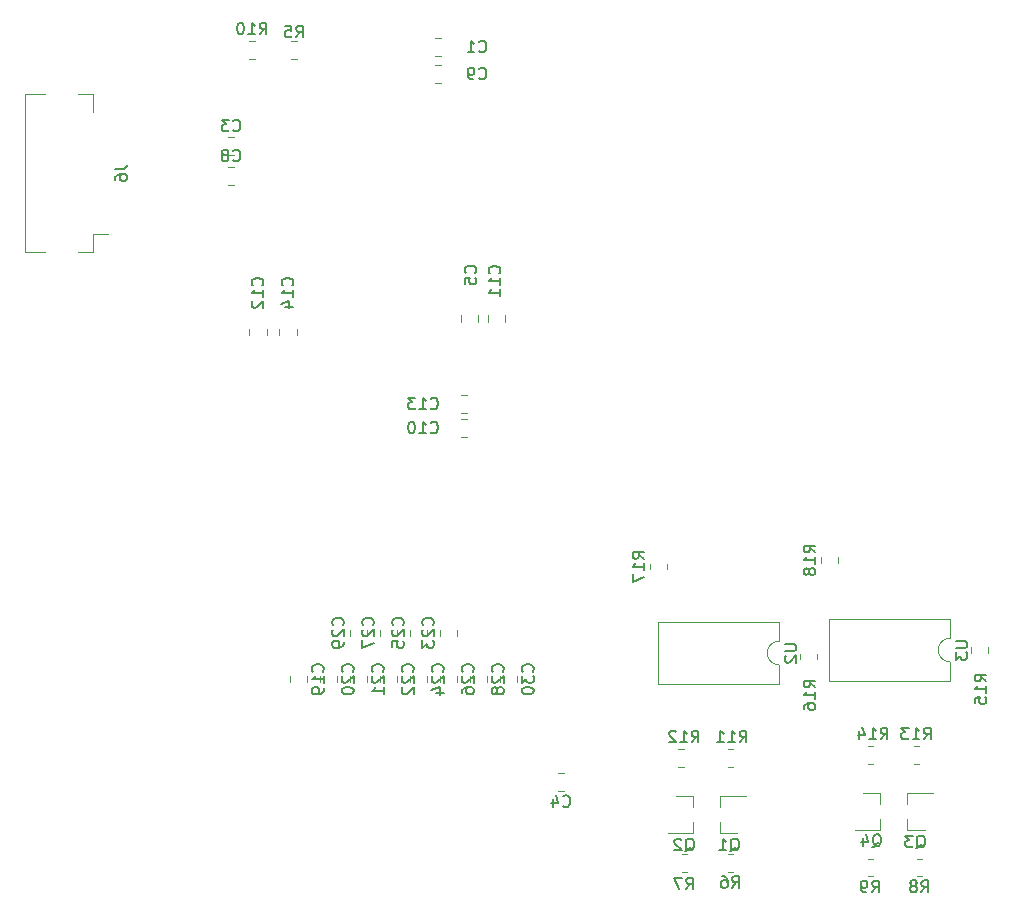
<source format=gbr>
%TF.GenerationSoftware,KiCad,Pcbnew,(5.1.8)-1*%
%TF.CreationDate,2021-11-01T21:13:11+01:00*%
%TF.ProjectId,Dashboard,44617368-626f-4617-9264-2e6b69636164,rev?*%
%TF.SameCoordinates,Original*%
%TF.FileFunction,Legend,Bot*%
%TF.FilePolarity,Positive*%
%FSLAX46Y46*%
G04 Gerber Fmt 4.6, Leading zero omitted, Abs format (unit mm)*
G04 Created by KiCad (PCBNEW (5.1.8)-1) date 2021-11-01 21:13:11*
%MOMM*%
%LPD*%
G01*
G04 APERTURE LIST*
%ADD10C,0.120000*%
%ADD11C,0.150000*%
G04 APERTURE END LIST*
D10*
%TO.C,C1*%
X204462748Y-33501000D02*
X204985252Y-33501000D01*
X204462748Y-32031000D02*
X204985252Y-32031000D01*
%TO.C,C3*%
X187459252Y-41883000D02*
X186936748Y-41883000D01*
X187459252Y-40413000D02*
X186936748Y-40413000D01*
%TO.C,C4*%
X214876748Y-94261000D02*
X215399252Y-94261000D01*
X214876748Y-95731000D02*
X215399252Y-95731000D01*
%TO.C,C5*%
X206656000Y-55491748D02*
X206656000Y-56014252D01*
X208126000Y-55491748D02*
X208126000Y-56014252D01*
%TO.C,C8*%
X187459252Y-44423000D02*
X186936748Y-44423000D01*
X187459252Y-42953000D02*
X186936748Y-42953000D01*
%TO.C,C9*%
X204462748Y-35787000D02*
X204985252Y-35787000D01*
X204462748Y-34317000D02*
X204985252Y-34317000D01*
%TO.C,C10*%
X206682748Y-64289000D02*
X207205252Y-64289000D01*
X206682748Y-65759000D02*
X207205252Y-65759000D01*
%TO.C,C11*%
X208942000Y-55491748D02*
X208942000Y-56014252D01*
X210412000Y-55491748D02*
X210412000Y-56014252D01*
%TO.C,C12*%
X190219000Y-57157252D02*
X190219000Y-56634748D01*
X188749000Y-57157252D02*
X188749000Y-56634748D01*
%TO.C,C13*%
X206682748Y-62257000D02*
X207205252Y-62257000D01*
X206682748Y-63727000D02*
X207205252Y-63727000D01*
%TO.C,C14*%
X191289000Y-57157252D02*
X191289000Y-56634748D01*
X192759000Y-57157252D02*
X192759000Y-56634748D01*
%TO.C,C19*%
X193648000Y-86555252D02*
X193648000Y-86032748D01*
X192178000Y-86555252D02*
X192178000Y-86032748D01*
%TO.C,C20*%
X194718000Y-86555252D02*
X194718000Y-86032748D01*
X196188000Y-86555252D02*
X196188000Y-86032748D01*
%TO.C,C21*%
X197258000Y-86555252D02*
X197258000Y-86032748D01*
X198728000Y-86555252D02*
X198728000Y-86032748D01*
%TO.C,C22*%
X199798000Y-86555252D02*
X199798000Y-86032748D01*
X201268000Y-86555252D02*
X201268000Y-86032748D01*
%TO.C,C23*%
X204878000Y-82100748D02*
X204878000Y-82623252D01*
X206348000Y-82100748D02*
X206348000Y-82623252D01*
%TO.C,C24*%
X203808000Y-86555252D02*
X203808000Y-86032748D01*
X202338000Y-86555252D02*
X202338000Y-86032748D01*
%TO.C,C25*%
X203808000Y-82100748D02*
X203808000Y-82623252D01*
X202338000Y-82100748D02*
X202338000Y-82623252D01*
%TO.C,C26*%
X204878000Y-86555252D02*
X204878000Y-86032748D01*
X206348000Y-86555252D02*
X206348000Y-86032748D01*
%TO.C,C27*%
X199798000Y-82100748D02*
X199798000Y-82623252D01*
X201268000Y-82100748D02*
X201268000Y-82623252D01*
%TO.C,C28*%
X208888000Y-86555252D02*
X208888000Y-86032748D01*
X207418000Y-86555252D02*
X207418000Y-86032748D01*
%TO.C,C29*%
X198728000Y-82100748D02*
X198728000Y-82623252D01*
X197258000Y-82100748D02*
X197258000Y-82623252D01*
%TO.C,C30*%
X211428000Y-86555252D02*
X211428000Y-86032748D01*
X209958000Y-86555252D02*
X209958000Y-86032748D01*
%TO.C,J6*%
X175544000Y-48594000D02*
X176744000Y-48594000D01*
X169744000Y-36784000D02*
X171484000Y-36784000D01*
X169744000Y-50084000D02*
X169744000Y-36784000D01*
X171484000Y-50084000D02*
X169744000Y-50084000D01*
X175544000Y-36784000D02*
X174204000Y-36784000D01*
X175544000Y-38274000D02*
X175544000Y-36784000D01*
X175544000Y-50084000D02*
X174204000Y-50084000D01*
X175544000Y-48594000D02*
X175544000Y-50084000D01*
%TO.C,Q1*%
X228618000Y-99304000D02*
X230078000Y-99304000D01*
X228618000Y-96144000D02*
X230778000Y-96144000D01*
X228618000Y-96144000D02*
X228618000Y-97074000D01*
X228618000Y-99304000D02*
X228618000Y-98374000D01*
%TO.C,Q2*%
X226328000Y-96144000D02*
X224868000Y-96144000D01*
X226328000Y-99304000D02*
X224168000Y-99304000D01*
X226328000Y-99304000D02*
X226328000Y-98374000D01*
X226328000Y-96144000D02*
X226328000Y-97074000D01*
%TO.C,Q3*%
X244461000Y-99050000D02*
X244461000Y-98120000D01*
X244461000Y-95890000D02*
X244461000Y-96820000D01*
X244461000Y-95890000D02*
X246621000Y-95890000D01*
X244461000Y-99050000D02*
X245921000Y-99050000D01*
%TO.C,Q4*%
X242171000Y-95890000D02*
X242171000Y-96820000D01*
X242171000Y-99050000D02*
X242171000Y-98120000D01*
X242171000Y-99050000D02*
X240011000Y-99050000D01*
X242171000Y-95890000D02*
X240711000Y-95890000D01*
%TO.C,R5*%
X192304936Y-32285000D02*
X192759064Y-32285000D01*
X192304936Y-33755000D02*
X192759064Y-33755000D01*
%TO.C,R6*%
X229238436Y-102589000D02*
X229692564Y-102589000D01*
X229238436Y-101119000D02*
X229692564Y-101119000D01*
%TO.C,R7*%
X225802564Y-101119000D02*
X225348436Y-101119000D01*
X225802564Y-102589000D02*
X225348436Y-102589000D01*
%TO.C,R8*%
X245263936Y-102970000D02*
X245718064Y-102970000D01*
X245263936Y-101500000D02*
X245718064Y-101500000D01*
%TO.C,R9*%
X241550564Y-101500000D02*
X241096436Y-101500000D01*
X241550564Y-102970000D02*
X241096436Y-102970000D01*
%TO.C,R10*%
X188748936Y-33755000D02*
X189203064Y-33755000D01*
X188748936Y-32285000D02*
X189203064Y-32285000D01*
%TO.C,R11*%
X229238436Y-92229000D02*
X229692564Y-92229000D01*
X229238436Y-93699000D02*
X229692564Y-93699000D01*
%TO.C,R12*%
X225525064Y-93699000D02*
X225070936Y-93699000D01*
X225525064Y-92229000D02*
X225070936Y-92229000D01*
%TO.C,R13*%
X244986436Y-91975000D02*
X245440564Y-91975000D01*
X244986436Y-93445000D02*
X245440564Y-93445000D01*
%TO.C,R14*%
X241550564Y-93445000D02*
X241096436Y-93445000D01*
X241550564Y-91975000D02*
X241096436Y-91975000D01*
%TO.C,R15*%
X251306000Y-84047064D02*
X251306000Y-83592936D01*
X249836000Y-84047064D02*
X249836000Y-83592936D01*
%TO.C,R16*%
X236828000Y-84578564D02*
X236828000Y-84124436D01*
X235358000Y-84578564D02*
X235358000Y-84124436D01*
%TO.C,R17*%
X224128000Y-76504436D02*
X224128000Y-76958564D01*
X222658000Y-76504436D02*
X222658000Y-76958564D01*
%TO.C,R18*%
X238606000Y-75972936D02*
X238606000Y-76427064D01*
X237136000Y-75972936D02*
X237136000Y-76427064D01*
%TO.C,U2*%
X233613000Y-83074000D02*
G75*
G03*
X233613000Y-85074000I0J-1000000D01*
G01*
X233613000Y-85074000D02*
X233613000Y-86724000D01*
X233613000Y-86724000D02*
X223333000Y-86724000D01*
X223333000Y-86724000D02*
X223333000Y-81424000D01*
X223333000Y-81424000D02*
X233613000Y-81424000D01*
X233613000Y-81424000D02*
X233613000Y-83074000D01*
%TO.C,U3*%
X248091000Y-81170000D02*
X248091000Y-82820000D01*
X237811000Y-81170000D02*
X248091000Y-81170000D01*
X237811000Y-86470000D02*
X237811000Y-81170000D01*
X248091000Y-86470000D02*
X237811000Y-86470000D01*
X248091000Y-84820000D02*
X248091000Y-86470000D01*
X248091000Y-82820000D02*
G75*
G03*
X248091000Y-84820000I0J-1000000D01*
G01*
%TO.C,C1*%
D11*
X208192666Y-33123142D02*
X208240285Y-33170761D01*
X208383142Y-33218380D01*
X208478380Y-33218380D01*
X208621238Y-33170761D01*
X208716476Y-33075523D01*
X208764095Y-32980285D01*
X208811714Y-32789809D01*
X208811714Y-32646952D01*
X208764095Y-32456476D01*
X208716476Y-32361238D01*
X208621238Y-32266000D01*
X208478380Y-32218380D01*
X208383142Y-32218380D01*
X208240285Y-32266000D01*
X208192666Y-32313619D01*
X207240285Y-33218380D02*
X207811714Y-33218380D01*
X207526000Y-33218380D02*
X207526000Y-32218380D01*
X207621238Y-32361238D01*
X207716476Y-32456476D01*
X207811714Y-32504095D01*
%TO.C,C3*%
X187364666Y-39825142D02*
X187412285Y-39872761D01*
X187555142Y-39920380D01*
X187650380Y-39920380D01*
X187793238Y-39872761D01*
X187888476Y-39777523D01*
X187936095Y-39682285D01*
X187983714Y-39491809D01*
X187983714Y-39348952D01*
X187936095Y-39158476D01*
X187888476Y-39063238D01*
X187793238Y-38968000D01*
X187650380Y-38920380D01*
X187555142Y-38920380D01*
X187412285Y-38968000D01*
X187364666Y-39015619D01*
X187031333Y-38920380D02*
X186412285Y-38920380D01*
X186745619Y-39301333D01*
X186602761Y-39301333D01*
X186507523Y-39348952D01*
X186459904Y-39396571D01*
X186412285Y-39491809D01*
X186412285Y-39729904D01*
X186459904Y-39825142D01*
X186507523Y-39872761D01*
X186602761Y-39920380D01*
X186888476Y-39920380D01*
X186983714Y-39872761D01*
X187031333Y-39825142D01*
%TO.C,C4*%
X215304666Y-97033142D02*
X215352285Y-97080761D01*
X215495142Y-97128380D01*
X215590380Y-97128380D01*
X215733238Y-97080761D01*
X215828476Y-96985523D01*
X215876095Y-96890285D01*
X215923714Y-96699809D01*
X215923714Y-96556952D01*
X215876095Y-96366476D01*
X215828476Y-96271238D01*
X215733238Y-96176000D01*
X215590380Y-96128380D01*
X215495142Y-96128380D01*
X215352285Y-96176000D01*
X215304666Y-96223619D01*
X214447523Y-96461714D02*
X214447523Y-97128380D01*
X214685619Y-96080761D02*
X214923714Y-96795047D01*
X214304666Y-96795047D01*
%TO.C,C5*%
X207875142Y-51903333D02*
X207922761Y-51855714D01*
X207970380Y-51712857D01*
X207970380Y-51617619D01*
X207922761Y-51474761D01*
X207827523Y-51379523D01*
X207732285Y-51331904D01*
X207541809Y-51284285D01*
X207398952Y-51284285D01*
X207208476Y-51331904D01*
X207113238Y-51379523D01*
X207018000Y-51474761D01*
X206970380Y-51617619D01*
X206970380Y-51712857D01*
X207018000Y-51855714D01*
X207065619Y-51903333D01*
X206970380Y-52808095D02*
X206970380Y-52331904D01*
X207446571Y-52284285D01*
X207398952Y-52331904D01*
X207351333Y-52427142D01*
X207351333Y-52665238D01*
X207398952Y-52760476D01*
X207446571Y-52808095D01*
X207541809Y-52855714D01*
X207779904Y-52855714D01*
X207875142Y-52808095D01*
X207922761Y-52760476D01*
X207970380Y-52665238D01*
X207970380Y-52427142D01*
X207922761Y-52331904D01*
X207875142Y-52284285D01*
%TO.C,C8*%
X187364666Y-42365142D02*
X187412285Y-42412761D01*
X187555142Y-42460380D01*
X187650380Y-42460380D01*
X187793238Y-42412761D01*
X187888476Y-42317523D01*
X187936095Y-42222285D01*
X187983714Y-42031809D01*
X187983714Y-41888952D01*
X187936095Y-41698476D01*
X187888476Y-41603238D01*
X187793238Y-41508000D01*
X187650380Y-41460380D01*
X187555142Y-41460380D01*
X187412285Y-41508000D01*
X187364666Y-41555619D01*
X186793238Y-41888952D02*
X186888476Y-41841333D01*
X186936095Y-41793714D01*
X186983714Y-41698476D01*
X186983714Y-41650857D01*
X186936095Y-41555619D01*
X186888476Y-41508000D01*
X186793238Y-41460380D01*
X186602761Y-41460380D01*
X186507523Y-41508000D01*
X186459904Y-41555619D01*
X186412285Y-41650857D01*
X186412285Y-41698476D01*
X186459904Y-41793714D01*
X186507523Y-41841333D01*
X186602761Y-41888952D01*
X186793238Y-41888952D01*
X186888476Y-41936571D01*
X186936095Y-41984190D01*
X186983714Y-42079428D01*
X186983714Y-42269904D01*
X186936095Y-42365142D01*
X186888476Y-42412761D01*
X186793238Y-42460380D01*
X186602761Y-42460380D01*
X186507523Y-42412761D01*
X186459904Y-42365142D01*
X186412285Y-42269904D01*
X186412285Y-42079428D01*
X186459904Y-41984190D01*
X186507523Y-41936571D01*
X186602761Y-41888952D01*
%TO.C,C9*%
X208192666Y-35409142D02*
X208240285Y-35456761D01*
X208383142Y-35504380D01*
X208478380Y-35504380D01*
X208621238Y-35456761D01*
X208716476Y-35361523D01*
X208764095Y-35266285D01*
X208811714Y-35075809D01*
X208811714Y-34932952D01*
X208764095Y-34742476D01*
X208716476Y-34647238D01*
X208621238Y-34552000D01*
X208478380Y-34504380D01*
X208383142Y-34504380D01*
X208240285Y-34552000D01*
X208192666Y-34599619D01*
X207716476Y-35504380D02*
X207526000Y-35504380D01*
X207430761Y-35456761D01*
X207383142Y-35409142D01*
X207287904Y-35266285D01*
X207240285Y-35075809D01*
X207240285Y-34694857D01*
X207287904Y-34599619D01*
X207335523Y-34552000D01*
X207430761Y-34504380D01*
X207621238Y-34504380D01*
X207716476Y-34552000D01*
X207764095Y-34599619D01*
X207811714Y-34694857D01*
X207811714Y-34932952D01*
X207764095Y-35028190D01*
X207716476Y-35075809D01*
X207621238Y-35123428D01*
X207430761Y-35123428D01*
X207335523Y-35075809D01*
X207287904Y-35028190D01*
X207240285Y-34932952D01*
%TO.C,C10*%
X204096857Y-65381142D02*
X204144476Y-65428761D01*
X204287333Y-65476380D01*
X204382571Y-65476380D01*
X204525428Y-65428761D01*
X204620666Y-65333523D01*
X204668285Y-65238285D01*
X204715904Y-65047809D01*
X204715904Y-64904952D01*
X204668285Y-64714476D01*
X204620666Y-64619238D01*
X204525428Y-64524000D01*
X204382571Y-64476380D01*
X204287333Y-64476380D01*
X204144476Y-64524000D01*
X204096857Y-64571619D01*
X203144476Y-65476380D02*
X203715904Y-65476380D01*
X203430190Y-65476380D02*
X203430190Y-64476380D01*
X203525428Y-64619238D01*
X203620666Y-64714476D01*
X203715904Y-64762095D01*
X202525428Y-64476380D02*
X202430190Y-64476380D01*
X202334952Y-64524000D01*
X202287333Y-64571619D01*
X202239714Y-64666857D01*
X202192095Y-64857333D01*
X202192095Y-65095428D01*
X202239714Y-65285904D01*
X202287333Y-65381142D01*
X202334952Y-65428761D01*
X202430190Y-65476380D01*
X202525428Y-65476380D01*
X202620666Y-65428761D01*
X202668285Y-65381142D01*
X202715904Y-65285904D01*
X202763523Y-65095428D01*
X202763523Y-64857333D01*
X202715904Y-64666857D01*
X202668285Y-64571619D01*
X202620666Y-64524000D01*
X202525428Y-64476380D01*
%TO.C,C11*%
X209907142Y-51935142D02*
X209954761Y-51887523D01*
X210002380Y-51744666D01*
X210002380Y-51649428D01*
X209954761Y-51506571D01*
X209859523Y-51411333D01*
X209764285Y-51363714D01*
X209573809Y-51316095D01*
X209430952Y-51316095D01*
X209240476Y-51363714D01*
X209145238Y-51411333D01*
X209050000Y-51506571D01*
X209002380Y-51649428D01*
X209002380Y-51744666D01*
X209050000Y-51887523D01*
X209097619Y-51935142D01*
X210002380Y-52887523D02*
X210002380Y-52316095D01*
X210002380Y-52601809D02*
X209002380Y-52601809D01*
X209145238Y-52506571D01*
X209240476Y-52411333D01*
X209288095Y-52316095D01*
X210002380Y-53839904D02*
X210002380Y-53268476D01*
X210002380Y-53554190D02*
X209002380Y-53554190D01*
X209145238Y-53458952D01*
X209240476Y-53363714D01*
X209288095Y-53268476D01*
%TO.C,C12*%
X189841142Y-52951142D02*
X189888761Y-52903523D01*
X189936380Y-52760666D01*
X189936380Y-52665428D01*
X189888761Y-52522571D01*
X189793523Y-52427333D01*
X189698285Y-52379714D01*
X189507809Y-52332095D01*
X189364952Y-52332095D01*
X189174476Y-52379714D01*
X189079238Y-52427333D01*
X188984000Y-52522571D01*
X188936380Y-52665428D01*
X188936380Y-52760666D01*
X188984000Y-52903523D01*
X189031619Y-52951142D01*
X189936380Y-53903523D02*
X189936380Y-53332095D01*
X189936380Y-53617809D02*
X188936380Y-53617809D01*
X189079238Y-53522571D01*
X189174476Y-53427333D01*
X189222095Y-53332095D01*
X189031619Y-54284476D02*
X188984000Y-54332095D01*
X188936380Y-54427333D01*
X188936380Y-54665428D01*
X188984000Y-54760666D01*
X189031619Y-54808285D01*
X189126857Y-54855904D01*
X189222095Y-54855904D01*
X189364952Y-54808285D01*
X189936380Y-54236857D01*
X189936380Y-54855904D01*
%TO.C,C13*%
X204096857Y-63349142D02*
X204144476Y-63396761D01*
X204287333Y-63444380D01*
X204382571Y-63444380D01*
X204525428Y-63396761D01*
X204620666Y-63301523D01*
X204668285Y-63206285D01*
X204715904Y-63015809D01*
X204715904Y-62872952D01*
X204668285Y-62682476D01*
X204620666Y-62587238D01*
X204525428Y-62492000D01*
X204382571Y-62444380D01*
X204287333Y-62444380D01*
X204144476Y-62492000D01*
X204096857Y-62539619D01*
X203144476Y-63444380D02*
X203715904Y-63444380D01*
X203430190Y-63444380D02*
X203430190Y-62444380D01*
X203525428Y-62587238D01*
X203620666Y-62682476D01*
X203715904Y-62730095D01*
X202811142Y-62444380D02*
X202192095Y-62444380D01*
X202525428Y-62825333D01*
X202382571Y-62825333D01*
X202287333Y-62872952D01*
X202239714Y-62920571D01*
X202192095Y-63015809D01*
X202192095Y-63253904D01*
X202239714Y-63349142D01*
X202287333Y-63396761D01*
X202382571Y-63444380D01*
X202668285Y-63444380D01*
X202763523Y-63396761D01*
X202811142Y-63349142D01*
%TO.C,C14*%
X192381142Y-52951142D02*
X192428761Y-52903523D01*
X192476380Y-52760666D01*
X192476380Y-52665428D01*
X192428761Y-52522571D01*
X192333523Y-52427333D01*
X192238285Y-52379714D01*
X192047809Y-52332095D01*
X191904952Y-52332095D01*
X191714476Y-52379714D01*
X191619238Y-52427333D01*
X191524000Y-52522571D01*
X191476380Y-52665428D01*
X191476380Y-52760666D01*
X191524000Y-52903523D01*
X191571619Y-52951142D01*
X192476380Y-53903523D02*
X192476380Y-53332095D01*
X192476380Y-53617809D02*
X191476380Y-53617809D01*
X191619238Y-53522571D01*
X191714476Y-53427333D01*
X191762095Y-53332095D01*
X191809714Y-54760666D02*
X192476380Y-54760666D01*
X191428761Y-54522571D02*
X192143047Y-54284476D01*
X192143047Y-54903523D01*
%TO.C,C19*%
X194950142Y-85651142D02*
X194997761Y-85603523D01*
X195045380Y-85460666D01*
X195045380Y-85365428D01*
X194997761Y-85222571D01*
X194902523Y-85127333D01*
X194807285Y-85079714D01*
X194616809Y-85032095D01*
X194473952Y-85032095D01*
X194283476Y-85079714D01*
X194188238Y-85127333D01*
X194093000Y-85222571D01*
X194045380Y-85365428D01*
X194045380Y-85460666D01*
X194093000Y-85603523D01*
X194140619Y-85651142D01*
X195045380Y-86603523D02*
X195045380Y-86032095D01*
X195045380Y-86317809D02*
X194045380Y-86317809D01*
X194188238Y-86222571D01*
X194283476Y-86127333D01*
X194331095Y-86032095D01*
X195045380Y-87079714D02*
X195045380Y-87270190D01*
X194997761Y-87365428D01*
X194950142Y-87413047D01*
X194807285Y-87508285D01*
X194616809Y-87555904D01*
X194235857Y-87555904D01*
X194140619Y-87508285D01*
X194093000Y-87460666D01*
X194045380Y-87365428D01*
X194045380Y-87174952D01*
X194093000Y-87079714D01*
X194140619Y-87032095D01*
X194235857Y-86984476D01*
X194473952Y-86984476D01*
X194569190Y-87032095D01*
X194616809Y-87079714D01*
X194664428Y-87174952D01*
X194664428Y-87365428D01*
X194616809Y-87460666D01*
X194569190Y-87508285D01*
X194473952Y-87555904D01*
%TO.C,C20*%
X197490142Y-85651142D02*
X197537761Y-85603523D01*
X197585380Y-85460666D01*
X197585380Y-85365428D01*
X197537761Y-85222571D01*
X197442523Y-85127333D01*
X197347285Y-85079714D01*
X197156809Y-85032095D01*
X197013952Y-85032095D01*
X196823476Y-85079714D01*
X196728238Y-85127333D01*
X196633000Y-85222571D01*
X196585380Y-85365428D01*
X196585380Y-85460666D01*
X196633000Y-85603523D01*
X196680619Y-85651142D01*
X196680619Y-86032095D02*
X196633000Y-86079714D01*
X196585380Y-86174952D01*
X196585380Y-86413047D01*
X196633000Y-86508285D01*
X196680619Y-86555904D01*
X196775857Y-86603523D01*
X196871095Y-86603523D01*
X197013952Y-86555904D01*
X197585380Y-85984476D01*
X197585380Y-86603523D01*
X196585380Y-87222571D02*
X196585380Y-87317809D01*
X196633000Y-87413047D01*
X196680619Y-87460666D01*
X196775857Y-87508285D01*
X196966333Y-87555904D01*
X197204428Y-87555904D01*
X197394904Y-87508285D01*
X197490142Y-87460666D01*
X197537761Y-87413047D01*
X197585380Y-87317809D01*
X197585380Y-87222571D01*
X197537761Y-87127333D01*
X197490142Y-87079714D01*
X197394904Y-87032095D01*
X197204428Y-86984476D01*
X196966333Y-86984476D01*
X196775857Y-87032095D01*
X196680619Y-87079714D01*
X196633000Y-87127333D01*
X196585380Y-87222571D01*
%TO.C,C21*%
X200030142Y-85651142D02*
X200077761Y-85603523D01*
X200125380Y-85460666D01*
X200125380Y-85365428D01*
X200077761Y-85222571D01*
X199982523Y-85127333D01*
X199887285Y-85079714D01*
X199696809Y-85032095D01*
X199553952Y-85032095D01*
X199363476Y-85079714D01*
X199268238Y-85127333D01*
X199173000Y-85222571D01*
X199125380Y-85365428D01*
X199125380Y-85460666D01*
X199173000Y-85603523D01*
X199220619Y-85651142D01*
X199220619Y-86032095D02*
X199173000Y-86079714D01*
X199125380Y-86174952D01*
X199125380Y-86413047D01*
X199173000Y-86508285D01*
X199220619Y-86555904D01*
X199315857Y-86603523D01*
X199411095Y-86603523D01*
X199553952Y-86555904D01*
X200125380Y-85984476D01*
X200125380Y-86603523D01*
X200125380Y-87555904D02*
X200125380Y-86984476D01*
X200125380Y-87270190D02*
X199125380Y-87270190D01*
X199268238Y-87174952D01*
X199363476Y-87079714D01*
X199411095Y-86984476D01*
%TO.C,C22*%
X202570142Y-85651142D02*
X202617761Y-85603523D01*
X202665380Y-85460666D01*
X202665380Y-85365428D01*
X202617761Y-85222571D01*
X202522523Y-85127333D01*
X202427285Y-85079714D01*
X202236809Y-85032095D01*
X202093952Y-85032095D01*
X201903476Y-85079714D01*
X201808238Y-85127333D01*
X201713000Y-85222571D01*
X201665380Y-85365428D01*
X201665380Y-85460666D01*
X201713000Y-85603523D01*
X201760619Y-85651142D01*
X201760619Y-86032095D02*
X201713000Y-86079714D01*
X201665380Y-86174952D01*
X201665380Y-86413047D01*
X201713000Y-86508285D01*
X201760619Y-86555904D01*
X201855857Y-86603523D01*
X201951095Y-86603523D01*
X202093952Y-86555904D01*
X202665380Y-85984476D01*
X202665380Y-86603523D01*
X201760619Y-86984476D02*
X201713000Y-87032095D01*
X201665380Y-87127333D01*
X201665380Y-87365428D01*
X201713000Y-87460666D01*
X201760619Y-87508285D01*
X201855857Y-87555904D01*
X201951095Y-87555904D01*
X202093952Y-87508285D01*
X202665380Y-86936857D01*
X202665380Y-87555904D01*
%TO.C,C23*%
X204290142Y-81719142D02*
X204337761Y-81671523D01*
X204385380Y-81528666D01*
X204385380Y-81433428D01*
X204337761Y-81290571D01*
X204242523Y-81195333D01*
X204147285Y-81147714D01*
X203956809Y-81100095D01*
X203813952Y-81100095D01*
X203623476Y-81147714D01*
X203528238Y-81195333D01*
X203433000Y-81290571D01*
X203385380Y-81433428D01*
X203385380Y-81528666D01*
X203433000Y-81671523D01*
X203480619Y-81719142D01*
X203480619Y-82100095D02*
X203433000Y-82147714D01*
X203385380Y-82242952D01*
X203385380Y-82481047D01*
X203433000Y-82576285D01*
X203480619Y-82623904D01*
X203575857Y-82671523D01*
X203671095Y-82671523D01*
X203813952Y-82623904D01*
X204385380Y-82052476D01*
X204385380Y-82671523D01*
X203385380Y-83004857D02*
X203385380Y-83623904D01*
X203766333Y-83290571D01*
X203766333Y-83433428D01*
X203813952Y-83528666D01*
X203861571Y-83576285D01*
X203956809Y-83623904D01*
X204194904Y-83623904D01*
X204290142Y-83576285D01*
X204337761Y-83528666D01*
X204385380Y-83433428D01*
X204385380Y-83147714D01*
X204337761Y-83052476D01*
X204290142Y-83004857D01*
%TO.C,C24*%
X205110142Y-85651142D02*
X205157761Y-85603523D01*
X205205380Y-85460666D01*
X205205380Y-85365428D01*
X205157761Y-85222571D01*
X205062523Y-85127333D01*
X204967285Y-85079714D01*
X204776809Y-85032095D01*
X204633952Y-85032095D01*
X204443476Y-85079714D01*
X204348238Y-85127333D01*
X204253000Y-85222571D01*
X204205380Y-85365428D01*
X204205380Y-85460666D01*
X204253000Y-85603523D01*
X204300619Y-85651142D01*
X204300619Y-86032095D02*
X204253000Y-86079714D01*
X204205380Y-86174952D01*
X204205380Y-86413047D01*
X204253000Y-86508285D01*
X204300619Y-86555904D01*
X204395857Y-86603523D01*
X204491095Y-86603523D01*
X204633952Y-86555904D01*
X205205380Y-85984476D01*
X205205380Y-86603523D01*
X204538714Y-87460666D02*
X205205380Y-87460666D01*
X204157761Y-87222571D02*
X204872047Y-86984476D01*
X204872047Y-87603523D01*
%TO.C,C25*%
X201750142Y-81719142D02*
X201797761Y-81671523D01*
X201845380Y-81528666D01*
X201845380Y-81433428D01*
X201797761Y-81290571D01*
X201702523Y-81195333D01*
X201607285Y-81147714D01*
X201416809Y-81100095D01*
X201273952Y-81100095D01*
X201083476Y-81147714D01*
X200988238Y-81195333D01*
X200893000Y-81290571D01*
X200845380Y-81433428D01*
X200845380Y-81528666D01*
X200893000Y-81671523D01*
X200940619Y-81719142D01*
X200940619Y-82100095D02*
X200893000Y-82147714D01*
X200845380Y-82242952D01*
X200845380Y-82481047D01*
X200893000Y-82576285D01*
X200940619Y-82623904D01*
X201035857Y-82671523D01*
X201131095Y-82671523D01*
X201273952Y-82623904D01*
X201845380Y-82052476D01*
X201845380Y-82671523D01*
X200845380Y-83576285D02*
X200845380Y-83100095D01*
X201321571Y-83052476D01*
X201273952Y-83100095D01*
X201226333Y-83195333D01*
X201226333Y-83433428D01*
X201273952Y-83528666D01*
X201321571Y-83576285D01*
X201416809Y-83623904D01*
X201654904Y-83623904D01*
X201750142Y-83576285D01*
X201797761Y-83528666D01*
X201845380Y-83433428D01*
X201845380Y-83195333D01*
X201797761Y-83100095D01*
X201750142Y-83052476D01*
%TO.C,C26*%
X207650142Y-85651142D02*
X207697761Y-85603523D01*
X207745380Y-85460666D01*
X207745380Y-85365428D01*
X207697761Y-85222571D01*
X207602523Y-85127333D01*
X207507285Y-85079714D01*
X207316809Y-85032095D01*
X207173952Y-85032095D01*
X206983476Y-85079714D01*
X206888238Y-85127333D01*
X206793000Y-85222571D01*
X206745380Y-85365428D01*
X206745380Y-85460666D01*
X206793000Y-85603523D01*
X206840619Y-85651142D01*
X206840619Y-86032095D02*
X206793000Y-86079714D01*
X206745380Y-86174952D01*
X206745380Y-86413047D01*
X206793000Y-86508285D01*
X206840619Y-86555904D01*
X206935857Y-86603523D01*
X207031095Y-86603523D01*
X207173952Y-86555904D01*
X207745380Y-85984476D01*
X207745380Y-86603523D01*
X206745380Y-87460666D02*
X206745380Y-87270190D01*
X206793000Y-87174952D01*
X206840619Y-87127333D01*
X206983476Y-87032095D01*
X207173952Y-86984476D01*
X207554904Y-86984476D01*
X207650142Y-87032095D01*
X207697761Y-87079714D01*
X207745380Y-87174952D01*
X207745380Y-87365428D01*
X207697761Y-87460666D01*
X207650142Y-87508285D01*
X207554904Y-87555904D01*
X207316809Y-87555904D01*
X207221571Y-87508285D01*
X207173952Y-87460666D01*
X207126333Y-87365428D01*
X207126333Y-87174952D01*
X207173952Y-87079714D01*
X207221571Y-87032095D01*
X207316809Y-86984476D01*
%TO.C,C27*%
X199210142Y-81719142D02*
X199257761Y-81671523D01*
X199305380Y-81528666D01*
X199305380Y-81433428D01*
X199257761Y-81290571D01*
X199162523Y-81195333D01*
X199067285Y-81147714D01*
X198876809Y-81100095D01*
X198733952Y-81100095D01*
X198543476Y-81147714D01*
X198448238Y-81195333D01*
X198353000Y-81290571D01*
X198305380Y-81433428D01*
X198305380Y-81528666D01*
X198353000Y-81671523D01*
X198400619Y-81719142D01*
X198400619Y-82100095D02*
X198353000Y-82147714D01*
X198305380Y-82242952D01*
X198305380Y-82481047D01*
X198353000Y-82576285D01*
X198400619Y-82623904D01*
X198495857Y-82671523D01*
X198591095Y-82671523D01*
X198733952Y-82623904D01*
X199305380Y-82052476D01*
X199305380Y-82671523D01*
X198305380Y-83004857D02*
X198305380Y-83671523D01*
X199305380Y-83242952D01*
%TO.C,C28*%
X210190142Y-85651142D02*
X210237761Y-85603523D01*
X210285380Y-85460666D01*
X210285380Y-85365428D01*
X210237761Y-85222571D01*
X210142523Y-85127333D01*
X210047285Y-85079714D01*
X209856809Y-85032095D01*
X209713952Y-85032095D01*
X209523476Y-85079714D01*
X209428238Y-85127333D01*
X209333000Y-85222571D01*
X209285380Y-85365428D01*
X209285380Y-85460666D01*
X209333000Y-85603523D01*
X209380619Y-85651142D01*
X209380619Y-86032095D02*
X209333000Y-86079714D01*
X209285380Y-86174952D01*
X209285380Y-86413047D01*
X209333000Y-86508285D01*
X209380619Y-86555904D01*
X209475857Y-86603523D01*
X209571095Y-86603523D01*
X209713952Y-86555904D01*
X210285380Y-85984476D01*
X210285380Y-86603523D01*
X209713952Y-87174952D02*
X209666333Y-87079714D01*
X209618714Y-87032095D01*
X209523476Y-86984476D01*
X209475857Y-86984476D01*
X209380619Y-87032095D01*
X209333000Y-87079714D01*
X209285380Y-87174952D01*
X209285380Y-87365428D01*
X209333000Y-87460666D01*
X209380619Y-87508285D01*
X209475857Y-87555904D01*
X209523476Y-87555904D01*
X209618714Y-87508285D01*
X209666333Y-87460666D01*
X209713952Y-87365428D01*
X209713952Y-87174952D01*
X209761571Y-87079714D01*
X209809190Y-87032095D01*
X209904428Y-86984476D01*
X210094904Y-86984476D01*
X210190142Y-87032095D01*
X210237761Y-87079714D01*
X210285380Y-87174952D01*
X210285380Y-87365428D01*
X210237761Y-87460666D01*
X210190142Y-87508285D01*
X210094904Y-87555904D01*
X209904428Y-87555904D01*
X209809190Y-87508285D01*
X209761571Y-87460666D01*
X209713952Y-87365428D01*
%TO.C,C29*%
X196670142Y-81719142D02*
X196717761Y-81671523D01*
X196765380Y-81528666D01*
X196765380Y-81433428D01*
X196717761Y-81290571D01*
X196622523Y-81195333D01*
X196527285Y-81147714D01*
X196336809Y-81100095D01*
X196193952Y-81100095D01*
X196003476Y-81147714D01*
X195908238Y-81195333D01*
X195813000Y-81290571D01*
X195765380Y-81433428D01*
X195765380Y-81528666D01*
X195813000Y-81671523D01*
X195860619Y-81719142D01*
X195860619Y-82100095D02*
X195813000Y-82147714D01*
X195765380Y-82242952D01*
X195765380Y-82481047D01*
X195813000Y-82576285D01*
X195860619Y-82623904D01*
X195955857Y-82671523D01*
X196051095Y-82671523D01*
X196193952Y-82623904D01*
X196765380Y-82052476D01*
X196765380Y-82671523D01*
X196765380Y-83147714D02*
X196765380Y-83338190D01*
X196717761Y-83433428D01*
X196670142Y-83481047D01*
X196527285Y-83576285D01*
X196336809Y-83623904D01*
X195955857Y-83623904D01*
X195860619Y-83576285D01*
X195813000Y-83528666D01*
X195765380Y-83433428D01*
X195765380Y-83242952D01*
X195813000Y-83147714D01*
X195860619Y-83100095D01*
X195955857Y-83052476D01*
X196193952Y-83052476D01*
X196289190Y-83100095D01*
X196336809Y-83147714D01*
X196384428Y-83242952D01*
X196384428Y-83433428D01*
X196336809Y-83528666D01*
X196289190Y-83576285D01*
X196193952Y-83623904D01*
%TO.C,C30*%
X212730142Y-85651142D02*
X212777761Y-85603523D01*
X212825380Y-85460666D01*
X212825380Y-85365428D01*
X212777761Y-85222571D01*
X212682523Y-85127333D01*
X212587285Y-85079714D01*
X212396809Y-85032095D01*
X212253952Y-85032095D01*
X212063476Y-85079714D01*
X211968238Y-85127333D01*
X211873000Y-85222571D01*
X211825380Y-85365428D01*
X211825380Y-85460666D01*
X211873000Y-85603523D01*
X211920619Y-85651142D01*
X211825380Y-85984476D02*
X211825380Y-86603523D01*
X212206333Y-86270190D01*
X212206333Y-86413047D01*
X212253952Y-86508285D01*
X212301571Y-86555904D01*
X212396809Y-86603523D01*
X212634904Y-86603523D01*
X212730142Y-86555904D01*
X212777761Y-86508285D01*
X212825380Y-86413047D01*
X212825380Y-86127333D01*
X212777761Y-86032095D01*
X212730142Y-85984476D01*
X211825380Y-87222571D02*
X211825380Y-87317809D01*
X211873000Y-87413047D01*
X211920619Y-87460666D01*
X212015857Y-87508285D01*
X212206333Y-87555904D01*
X212444428Y-87555904D01*
X212634904Y-87508285D01*
X212730142Y-87460666D01*
X212777761Y-87413047D01*
X212825380Y-87317809D01*
X212825380Y-87222571D01*
X212777761Y-87127333D01*
X212730142Y-87079714D01*
X212634904Y-87032095D01*
X212444428Y-86984476D01*
X212206333Y-86984476D01*
X212015857Y-87032095D01*
X211920619Y-87079714D01*
X211873000Y-87127333D01*
X211825380Y-87222571D01*
%TO.C,J6*%
X177396380Y-43100666D02*
X178110666Y-43100666D01*
X178253523Y-43053047D01*
X178348761Y-42957809D01*
X178396380Y-42814952D01*
X178396380Y-42719714D01*
X177396380Y-44005428D02*
X177396380Y-43814952D01*
X177444000Y-43719714D01*
X177491619Y-43672095D01*
X177634476Y-43576857D01*
X177824952Y-43529238D01*
X178205904Y-43529238D01*
X178301142Y-43576857D01*
X178348761Y-43624476D01*
X178396380Y-43719714D01*
X178396380Y-43910190D01*
X178348761Y-44005428D01*
X178301142Y-44053047D01*
X178205904Y-44100666D01*
X177967809Y-44100666D01*
X177872571Y-44053047D01*
X177824952Y-44005428D01*
X177777333Y-43910190D01*
X177777333Y-43719714D01*
X177824952Y-43624476D01*
X177872571Y-43576857D01*
X177967809Y-43529238D01*
%TO.C,Q1*%
X229457238Y-100877619D02*
X229552476Y-100830000D01*
X229647714Y-100734761D01*
X229790571Y-100591904D01*
X229885809Y-100544285D01*
X229981047Y-100544285D01*
X229933428Y-100782380D02*
X230028666Y-100734761D01*
X230123904Y-100639523D01*
X230171523Y-100449047D01*
X230171523Y-100115714D01*
X230123904Y-99925238D01*
X230028666Y-99830000D01*
X229933428Y-99782380D01*
X229742952Y-99782380D01*
X229647714Y-99830000D01*
X229552476Y-99925238D01*
X229504857Y-100115714D01*
X229504857Y-100449047D01*
X229552476Y-100639523D01*
X229647714Y-100734761D01*
X229742952Y-100782380D01*
X229933428Y-100782380D01*
X228552476Y-100782380D02*
X229123904Y-100782380D01*
X228838190Y-100782380D02*
X228838190Y-99782380D01*
X228933428Y-99925238D01*
X229028666Y-100020476D01*
X229123904Y-100068095D01*
%TO.C,Q2*%
X225647238Y-100877619D02*
X225742476Y-100830000D01*
X225837714Y-100734761D01*
X225980571Y-100591904D01*
X226075809Y-100544285D01*
X226171047Y-100544285D01*
X226123428Y-100782380D02*
X226218666Y-100734761D01*
X226313904Y-100639523D01*
X226361523Y-100449047D01*
X226361523Y-100115714D01*
X226313904Y-99925238D01*
X226218666Y-99830000D01*
X226123428Y-99782380D01*
X225932952Y-99782380D01*
X225837714Y-99830000D01*
X225742476Y-99925238D01*
X225694857Y-100115714D01*
X225694857Y-100449047D01*
X225742476Y-100639523D01*
X225837714Y-100734761D01*
X225932952Y-100782380D01*
X226123428Y-100782380D01*
X225313904Y-99877619D02*
X225266285Y-99830000D01*
X225171047Y-99782380D01*
X224932952Y-99782380D01*
X224837714Y-99830000D01*
X224790095Y-99877619D01*
X224742476Y-99972857D01*
X224742476Y-100068095D01*
X224790095Y-100210952D01*
X225361523Y-100782380D01*
X224742476Y-100782380D01*
%TO.C,Q3*%
X245205238Y-100623619D02*
X245300476Y-100576000D01*
X245395714Y-100480761D01*
X245538571Y-100337904D01*
X245633809Y-100290285D01*
X245729047Y-100290285D01*
X245681428Y-100528380D02*
X245776666Y-100480761D01*
X245871904Y-100385523D01*
X245919523Y-100195047D01*
X245919523Y-99861714D01*
X245871904Y-99671238D01*
X245776666Y-99576000D01*
X245681428Y-99528380D01*
X245490952Y-99528380D01*
X245395714Y-99576000D01*
X245300476Y-99671238D01*
X245252857Y-99861714D01*
X245252857Y-100195047D01*
X245300476Y-100385523D01*
X245395714Y-100480761D01*
X245490952Y-100528380D01*
X245681428Y-100528380D01*
X244919523Y-99528380D02*
X244300476Y-99528380D01*
X244633809Y-99909333D01*
X244490952Y-99909333D01*
X244395714Y-99956952D01*
X244348095Y-100004571D01*
X244300476Y-100099809D01*
X244300476Y-100337904D01*
X244348095Y-100433142D01*
X244395714Y-100480761D01*
X244490952Y-100528380D01*
X244776666Y-100528380D01*
X244871904Y-100480761D01*
X244919523Y-100433142D01*
%TO.C,Q4*%
X241506238Y-100517619D02*
X241601476Y-100470000D01*
X241696714Y-100374761D01*
X241839571Y-100231904D01*
X241934809Y-100184285D01*
X242030047Y-100184285D01*
X241982428Y-100422380D02*
X242077666Y-100374761D01*
X242172904Y-100279523D01*
X242220523Y-100089047D01*
X242220523Y-99755714D01*
X242172904Y-99565238D01*
X242077666Y-99470000D01*
X241982428Y-99422380D01*
X241791952Y-99422380D01*
X241696714Y-99470000D01*
X241601476Y-99565238D01*
X241553857Y-99755714D01*
X241553857Y-100089047D01*
X241601476Y-100279523D01*
X241696714Y-100374761D01*
X241791952Y-100422380D01*
X241982428Y-100422380D01*
X240696714Y-99755714D02*
X240696714Y-100422380D01*
X240934809Y-99374761D02*
X241172904Y-100089047D01*
X240553857Y-100089047D01*
%TO.C,R5*%
X192698666Y-31948380D02*
X193032000Y-31472190D01*
X193270095Y-31948380D02*
X193270095Y-30948380D01*
X192889142Y-30948380D01*
X192793904Y-30996000D01*
X192746285Y-31043619D01*
X192698666Y-31138857D01*
X192698666Y-31281714D01*
X192746285Y-31376952D01*
X192793904Y-31424571D01*
X192889142Y-31472190D01*
X193270095Y-31472190D01*
X191793904Y-30948380D02*
X192270095Y-30948380D01*
X192317714Y-31424571D01*
X192270095Y-31376952D01*
X192174857Y-31329333D01*
X191936761Y-31329333D01*
X191841523Y-31376952D01*
X191793904Y-31424571D01*
X191746285Y-31519809D01*
X191746285Y-31757904D01*
X191793904Y-31853142D01*
X191841523Y-31900761D01*
X191936761Y-31948380D01*
X192174857Y-31948380D01*
X192270095Y-31900761D01*
X192317714Y-31853142D01*
%TO.C,R6*%
X229632166Y-103956380D02*
X229965500Y-103480190D01*
X230203595Y-103956380D02*
X230203595Y-102956380D01*
X229822642Y-102956380D01*
X229727404Y-103004000D01*
X229679785Y-103051619D01*
X229632166Y-103146857D01*
X229632166Y-103289714D01*
X229679785Y-103384952D01*
X229727404Y-103432571D01*
X229822642Y-103480190D01*
X230203595Y-103480190D01*
X228775023Y-102956380D02*
X228965500Y-102956380D01*
X229060738Y-103004000D01*
X229108357Y-103051619D01*
X229203595Y-103194476D01*
X229251214Y-103384952D01*
X229251214Y-103765904D01*
X229203595Y-103861142D01*
X229155976Y-103908761D01*
X229060738Y-103956380D01*
X228870261Y-103956380D01*
X228775023Y-103908761D01*
X228727404Y-103861142D01*
X228679785Y-103765904D01*
X228679785Y-103527809D01*
X228727404Y-103432571D01*
X228775023Y-103384952D01*
X228870261Y-103337333D01*
X229060738Y-103337333D01*
X229155976Y-103384952D01*
X229203595Y-103432571D01*
X229251214Y-103527809D01*
%TO.C,R7*%
X225718666Y-104084380D02*
X226052000Y-103608190D01*
X226290095Y-104084380D02*
X226290095Y-103084380D01*
X225909142Y-103084380D01*
X225813904Y-103132000D01*
X225766285Y-103179619D01*
X225718666Y-103274857D01*
X225718666Y-103417714D01*
X225766285Y-103512952D01*
X225813904Y-103560571D01*
X225909142Y-103608190D01*
X226290095Y-103608190D01*
X225385333Y-103084380D02*
X224718666Y-103084380D01*
X225147238Y-104084380D01*
%TO.C,R8*%
X245657666Y-104337380D02*
X245991000Y-103861190D01*
X246229095Y-104337380D02*
X246229095Y-103337380D01*
X245848142Y-103337380D01*
X245752904Y-103385000D01*
X245705285Y-103432619D01*
X245657666Y-103527857D01*
X245657666Y-103670714D01*
X245705285Y-103765952D01*
X245752904Y-103813571D01*
X245848142Y-103861190D01*
X246229095Y-103861190D01*
X245086238Y-103765952D02*
X245181476Y-103718333D01*
X245229095Y-103670714D01*
X245276714Y-103575476D01*
X245276714Y-103527857D01*
X245229095Y-103432619D01*
X245181476Y-103385000D01*
X245086238Y-103337380D01*
X244895761Y-103337380D01*
X244800523Y-103385000D01*
X244752904Y-103432619D01*
X244705285Y-103527857D01*
X244705285Y-103575476D01*
X244752904Y-103670714D01*
X244800523Y-103718333D01*
X244895761Y-103765952D01*
X245086238Y-103765952D01*
X245181476Y-103813571D01*
X245229095Y-103861190D01*
X245276714Y-103956428D01*
X245276714Y-104146904D01*
X245229095Y-104242142D01*
X245181476Y-104289761D01*
X245086238Y-104337380D01*
X244895761Y-104337380D01*
X244800523Y-104289761D01*
X244752904Y-104242142D01*
X244705285Y-104146904D01*
X244705285Y-103956428D01*
X244752904Y-103861190D01*
X244800523Y-103813571D01*
X244895761Y-103765952D01*
%TO.C,R9*%
X241466666Y-104338380D02*
X241800000Y-103862190D01*
X242038095Y-104338380D02*
X242038095Y-103338380D01*
X241657142Y-103338380D01*
X241561904Y-103386000D01*
X241514285Y-103433619D01*
X241466666Y-103528857D01*
X241466666Y-103671714D01*
X241514285Y-103766952D01*
X241561904Y-103814571D01*
X241657142Y-103862190D01*
X242038095Y-103862190D01*
X240990476Y-104338380D02*
X240800000Y-104338380D01*
X240704761Y-104290761D01*
X240657142Y-104243142D01*
X240561904Y-104100285D01*
X240514285Y-103909809D01*
X240514285Y-103528857D01*
X240561904Y-103433619D01*
X240609523Y-103386000D01*
X240704761Y-103338380D01*
X240895238Y-103338380D01*
X240990476Y-103386000D01*
X241038095Y-103433619D01*
X241085714Y-103528857D01*
X241085714Y-103766952D01*
X241038095Y-103862190D01*
X240990476Y-103909809D01*
X240895238Y-103957428D01*
X240704761Y-103957428D01*
X240609523Y-103909809D01*
X240561904Y-103862190D01*
X240514285Y-103766952D01*
%TO.C,R10*%
X189618857Y-31694380D02*
X189952190Y-31218190D01*
X190190285Y-31694380D02*
X190190285Y-30694380D01*
X189809333Y-30694380D01*
X189714095Y-30742000D01*
X189666476Y-30789619D01*
X189618857Y-30884857D01*
X189618857Y-31027714D01*
X189666476Y-31122952D01*
X189714095Y-31170571D01*
X189809333Y-31218190D01*
X190190285Y-31218190D01*
X188666476Y-31694380D02*
X189237904Y-31694380D01*
X188952190Y-31694380D02*
X188952190Y-30694380D01*
X189047428Y-30837238D01*
X189142666Y-30932476D01*
X189237904Y-30980095D01*
X188047428Y-30694380D02*
X187952190Y-30694380D01*
X187856952Y-30742000D01*
X187809333Y-30789619D01*
X187761714Y-30884857D01*
X187714095Y-31075333D01*
X187714095Y-31313428D01*
X187761714Y-31503904D01*
X187809333Y-31599142D01*
X187856952Y-31646761D01*
X187952190Y-31694380D01*
X188047428Y-31694380D01*
X188142666Y-31646761D01*
X188190285Y-31599142D01*
X188237904Y-31503904D01*
X188285523Y-31313428D01*
X188285523Y-31075333D01*
X188237904Y-30884857D01*
X188190285Y-30789619D01*
X188142666Y-30742000D01*
X188047428Y-30694380D01*
%TO.C,R11*%
X230258857Y-91638380D02*
X230592190Y-91162190D01*
X230830285Y-91638380D02*
X230830285Y-90638380D01*
X230449333Y-90638380D01*
X230354095Y-90686000D01*
X230306476Y-90733619D01*
X230258857Y-90828857D01*
X230258857Y-90971714D01*
X230306476Y-91066952D01*
X230354095Y-91114571D01*
X230449333Y-91162190D01*
X230830285Y-91162190D01*
X229306476Y-91638380D02*
X229877904Y-91638380D01*
X229592190Y-91638380D02*
X229592190Y-90638380D01*
X229687428Y-90781238D01*
X229782666Y-90876476D01*
X229877904Y-90924095D01*
X228354095Y-91638380D02*
X228925523Y-91638380D01*
X228639809Y-91638380D02*
X228639809Y-90638380D01*
X228735047Y-90781238D01*
X228830285Y-90876476D01*
X228925523Y-90924095D01*
%TO.C,R12*%
X226194857Y-91638380D02*
X226528190Y-91162190D01*
X226766285Y-91638380D02*
X226766285Y-90638380D01*
X226385333Y-90638380D01*
X226290095Y-90686000D01*
X226242476Y-90733619D01*
X226194857Y-90828857D01*
X226194857Y-90971714D01*
X226242476Y-91066952D01*
X226290095Y-91114571D01*
X226385333Y-91162190D01*
X226766285Y-91162190D01*
X225242476Y-91638380D02*
X225813904Y-91638380D01*
X225528190Y-91638380D02*
X225528190Y-90638380D01*
X225623428Y-90781238D01*
X225718666Y-90876476D01*
X225813904Y-90924095D01*
X224861523Y-90733619D02*
X224813904Y-90686000D01*
X224718666Y-90638380D01*
X224480571Y-90638380D01*
X224385333Y-90686000D01*
X224337714Y-90733619D01*
X224290095Y-90828857D01*
X224290095Y-90924095D01*
X224337714Y-91066952D01*
X224909142Y-91638380D01*
X224290095Y-91638380D01*
%TO.C,R13*%
X245856357Y-91384380D02*
X246189690Y-90908190D01*
X246427785Y-91384380D02*
X246427785Y-90384380D01*
X246046833Y-90384380D01*
X245951595Y-90432000D01*
X245903976Y-90479619D01*
X245856357Y-90574857D01*
X245856357Y-90717714D01*
X245903976Y-90812952D01*
X245951595Y-90860571D01*
X246046833Y-90908190D01*
X246427785Y-90908190D01*
X244903976Y-91384380D02*
X245475404Y-91384380D01*
X245189690Y-91384380D02*
X245189690Y-90384380D01*
X245284928Y-90527238D01*
X245380166Y-90622476D01*
X245475404Y-90670095D01*
X244570642Y-90384380D02*
X243951595Y-90384380D01*
X244284928Y-90765333D01*
X244142071Y-90765333D01*
X244046833Y-90812952D01*
X243999214Y-90860571D01*
X243951595Y-90955809D01*
X243951595Y-91193904D01*
X243999214Y-91289142D01*
X244046833Y-91336761D01*
X244142071Y-91384380D01*
X244427785Y-91384380D01*
X244523023Y-91336761D01*
X244570642Y-91289142D01*
%TO.C,R14*%
X242196857Y-91384380D02*
X242530190Y-90908190D01*
X242768285Y-91384380D02*
X242768285Y-90384380D01*
X242387333Y-90384380D01*
X242292095Y-90432000D01*
X242244476Y-90479619D01*
X242196857Y-90574857D01*
X242196857Y-90717714D01*
X242244476Y-90812952D01*
X242292095Y-90860571D01*
X242387333Y-90908190D01*
X242768285Y-90908190D01*
X241244476Y-91384380D02*
X241815904Y-91384380D01*
X241530190Y-91384380D02*
X241530190Y-90384380D01*
X241625428Y-90527238D01*
X241720666Y-90622476D01*
X241815904Y-90670095D01*
X240387333Y-90717714D02*
X240387333Y-91384380D01*
X240625428Y-90336761D02*
X240863523Y-91051047D01*
X240244476Y-91051047D01*
%TO.C,R15*%
X251150380Y-86479142D02*
X250674190Y-86145809D01*
X251150380Y-85907714D02*
X250150380Y-85907714D01*
X250150380Y-86288666D01*
X250198000Y-86383904D01*
X250245619Y-86431523D01*
X250340857Y-86479142D01*
X250483714Y-86479142D01*
X250578952Y-86431523D01*
X250626571Y-86383904D01*
X250674190Y-86288666D01*
X250674190Y-85907714D01*
X251150380Y-87431523D02*
X251150380Y-86860095D01*
X251150380Y-87145809D02*
X250150380Y-87145809D01*
X250293238Y-87050571D01*
X250388476Y-86955333D01*
X250436095Y-86860095D01*
X250150380Y-88336285D02*
X250150380Y-87860095D01*
X250626571Y-87812476D01*
X250578952Y-87860095D01*
X250531333Y-87955333D01*
X250531333Y-88193428D01*
X250578952Y-88288666D01*
X250626571Y-88336285D01*
X250721809Y-88383904D01*
X250959904Y-88383904D01*
X251055142Y-88336285D01*
X251102761Y-88288666D01*
X251150380Y-88193428D01*
X251150380Y-87955333D01*
X251102761Y-87860095D01*
X251055142Y-87812476D01*
%TO.C,R16*%
X236672380Y-86987142D02*
X236196190Y-86653809D01*
X236672380Y-86415714D02*
X235672380Y-86415714D01*
X235672380Y-86796666D01*
X235720000Y-86891904D01*
X235767619Y-86939523D01*
X235862857Y-86987142D01*
X236005714Y-86987142D01*
X236100952Y-86939523D01*
X236148571Y-86891904D01*
X236196190Y-86796666D01*
X236196190Y-86415714D01*
X236672380Y-87939523D02*
X236672380Y-87368095D01*
X236672380Y-87653809D02*
X235672380Y-87653809D01*
X235815238Y-87558571D01*
X235910476Y-87463333D01*
X235958095Y-87368095D01*
X235672380Y-88796666D02*
X235672380Y-88606190D01*
X235720000Y-88510952D01*
X235767619Y-88463333D01*
X235910476Y-88368095D01*
X236100952Y-88320476D01*
X236481904Y-88320476D01*
X236577142Y-88368095D01*
X236624761Y-88415714D01*
X236672380Y-88510952D01*
X236672380Y-88701428D01*
X236624761Y-88796666D01*
X236577142Y-88844285D01*
X236481904Y-88891904D01*
X236243809Y-88891904D01*
X236148571Y-88844285D01*
X236100952Y-88796666D01*
X236053333Y-88701428D01*
X236053333Y-88510952D01*
X236100952Y-88415714D01*
X236148571Y-88368095D01*
X236243809Y-88320476D01*
%TO.C,R17*%
X222195380Y-76088642D02*
X221719190Y-75755309D01*
X222195380Y-75517214D02*
X221195380Y-75517214D01*
X221195380Y-75898166D01*
X221243000Y-75993404D01*
X221290619Y-76041023D01*
X221385857Y-76088642D01*
X221528714Y-76088642D01*
X221623952Y-76041023D01*
X221671571Y-75993404D01*
X221719190Y-75898166D01*
X221719190Y-75517214D01*
X222195380Y-77041023D02*
X222195380Y-76469595D01*
X222195380Y-76755309D02*
X221195380Y-76755309D01*
X221338238Y-76660071D01*
X221433476Y-76564833D01*
X221481095Y-76469595D01*
X221195380Y-77374357D02*
X221195380Y-78041023D01*
X222195380Y-77612452D01*
%TO.C,R18*%
X236673380Y-75557142D02*
X236197190Y-75223809D01*
X236673380Y-74985714D02*
X235673380Y-74985714D01*
X235673380Y-75366666D01*
X235721000Y-75461904D01*
X235768619Y-75509523D01*
X235863857Y-75557142D01*
X236006714Y-75557142D01*
X236101952Y-75509523D01*
X236149571Y-75461904D01*
X236197190Y-75366666D01*
X236197190Y-74985714D01*
X236673380Y-76509523D02*
X236673380Y-75938095D01*
X236673380Y-76223809D02*
X235673380Y-76223809D01*
X235816238Y-76128571D01*
X235911476Y-76033333D01*
X235959095Y-75938095D01*
X236101952Y-77080952D02*
X236054333Y-76985714D01*
X236006714Y-76938095D01*
X235911476Y-76890476D01*
X235863857Y-76890476D01*
X235768619Y-76938095D01*
X235721000Y-76985714D01*
X235673380Y-77080952D01*
X235673380Y-77271428D01*
X235721000Y-77366666D01*
X235768619Y-77414285D01*
X235863857Y-77461904D01*
X235911476Y-77461904D01*
X236006714Y-77414285D01*
X236054333Y-77366666D01*
X236101952Y-77271428D01*
X236101952Y-77080952D01*
X236149571Y-76985714D01*
X236197190Y-76938095D01*
X236292428Y-76890476D01*
X236482904Y-76890476D01*
X236578142Y-76938095D01*
X236625761Y-76985714D01*
X236673380Y-77080952D01*
X236673380Y-77271428D01*
X236625761Y-77366666D01*
X236578142Y-77414285D01*
X236482904Y-77461904D01*
X236292428Y-77461904D01*
X236197190Y-77414285D01*
X236149571Y-77366666D01*
X236101952Y-77271428D01*
%TO.C,U2*%
X234065380Y-83312095D02*
X234874904Y-83312095D01*
X234970142Y-83359714D01*
X235017761Y-83407333D01*
X235065380Y-83502571D01*
X235065380Y-83693047D01*
X235017761Y-83788285D01*
X234970142Y-83835904D01*
X234874904Y-83883523D01*
X234065380Y-83883523D01*
X234160619Y-84312095D02*
X234113000Y-84359714D01*
X234065380Y-84454952D01*
X234065380Y-84693047D01*
X234113000Y-84788285D01*
X234160619Y-84835904D01*
X234255857Y-84883523D01*
X234351095Y-84883523D01*
X234493952Y-84835904D01*
X235065380Y-84264476D01*
X235065380Y-84883523D01*
%TO.C,U3*%
X248543380Y-83058095D02*
X249352904Y-83058095D01*
X249448142Y-83105714D01*
X249495761Y-83153333D01*
X249543380Y-83248571D01*
X249543380Y-83439047D01*
X249495761Y-83534285D01*
X249448142Y-83581904D01*
X249352904Y-83629523D01*
X248543380Y-83629523D01*
X248543380Y-84010476D02*
X248543380Y-84629523D01*
X248924333Y-84296190D01*
X248924333Y-84439047D01*
X248971952Y-84534285D01*
X249019571Y-84581904D01*
X249114809Y-84629523D01*
X249352904Y-84629523D01*
X249448142Y-84581904D01*
X249495761Y-84534285D01*
X249543380Y-84439047D01*
X249543380Y-84153333D01*
X249495761Y-84058095D01*
X249448142Y-84010476D01*
%TD*%
M02*

</source>
